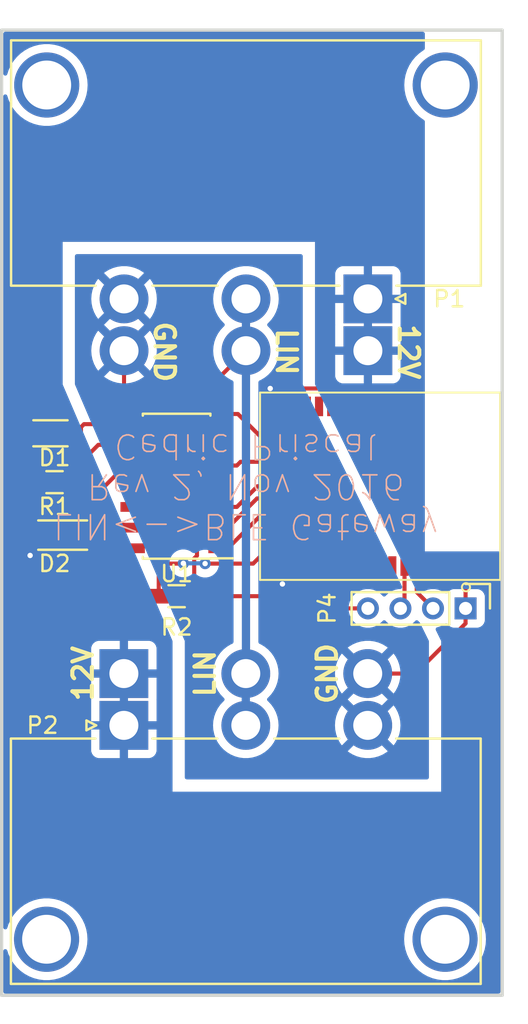
<source format=kicad_pcb>
(kicad_pcb (version 20221018) (generator pcbnew)
  (layers (0 "F.Cu" signal) (31 "B.Cu" signal) (34 "B.Paste" user) (35 "F.Paste" user) (36 "B.SilkS" user "B.Silkscreen") (37 "F.SilkS" user "F.Silkscreen") (38 "B.Mask" user) (39 "F.Mask" user) (44 "Edge.Cuts" user))
  (net 0 "")
  (net 1 "GND")
  (net 2 "+12V")
  (net 3 "Net-(P4-Pad2)")
  (net 4 "Net-(P4-Pad3)")
  (net 5 "Net-(D1-Pad1)")
  (net 6 "+3V3")
  (net 7 "/CS/LWAKE")
  (net 8 "/FAULT")
  (net 9 "/VBAT_RATIO")
  (net 10 "/RXD")
  (net 11 "/TXD")
  (net 12 "/12V_UNPROTECTED")
  (footprint "Housings_SOIC:SOIC-14_3.9x8.7mm_Pitch1.27mm" (layer "F.Cu") (at 144.25 102.5 180)
    (fp_text reference "U1" (at 0 -5.375 180) (layer "F.SilkS"))
    (fp_text value "MCP2050")
    (fp_line (start -2.075 -4.45) (end -2.075 -4.425) (stroke (width 0.15)) (layer "F.SilkS"))
    (fp_line (start -2.075 -4.45) (end 2.075 -4.45) (stroke (width 0.15)) (layer "F.SilkS"))
    (fp_line (start -2.075 -4.425) (end -3.45 -4.425) (stroke (width 0.15)) (layer "F.SilkS"))
    (fp_line (start -2.075 4.45) (end -2.075 4.335) (stroke (width 0.15)) (layer "F.SilkS"))
    (fp_line (start -2.075 4.45) (end 2.075 4.45) (stroke (width 0.15)) (layer "F.SilkS"))
    (fp_line (start 2.075 -4.45) (end 2.075 -4.335) (stroke (width 0.15)) (layer "F.SilkS"))
    (fp_line (start 2.075 4.45) (end 2.075 4.335) (stroke (width 0.15)) (layer "F.SilkS"))
    (pad "1" smd rect (at -2.7 -3.81 180) (size 1.5 0.6) (layers "F.Cu" "F.Paste" "F.Mask") (net 9 "/VBAT_RATIO"))
    (pad "2" smd rect (at -2.7 -2.54 180) (size 1.5 0.6) (layers "F.Cu" "F.Paste" "F.Mask") (net 10 "/RXD"))
    (pad "3" smd rect (at -2.7 -1.27 180) (size 1.5 0.6) (layers "F.Cu" "F.Paste" "F.Mask") (net 7 "/CS/LWAKE"))
    (pad "4" smd rect (at -2.7 0 180) (size 1.5 0.6) (layers "F.Cu" "F.Paste" "F.Mask") (net 6 "+3V3"))
    (pad "5" smd rect (at -2.7 1.27 180) (size 1.5 0.6) (layers "F.Cu" "F.Paste" "F.Mask") (net 11 "/TXD"))
    (pad "6" smd rect (at -2.7 2.54 180) (size 1.5 0.6) (layers "F.Cu" "F.Paste" "F.Mask"))
    (pad "7" smd rect (at -2.7 3.81 180) (size 1.5 0.6) (layers "F.Cu" "F.Paste" "F.Mask"))
    (pad "8" smd rect (at 2.7 3.81 180) (size 1.5 0.6) (layers "F.Cu" "F.Paste" "F.Mask") (net 1 "GND"))
    (pad "9" smd rect (at 2.7 2.54 180) (size 1.5 0.6) (layers "F.Cu" "F.Paste" "F.Mask") (net 5 "Net-(D1-Pad1)"))
    (pad "10" smd rect (at 2.7 1.27 180) (size 1.5 0.6) (layers "F.Cu" "F.Paste" "F.Mask") (net 2 "+12V"))
    (pad "11" smd rect (at 2.7 0 180) (size 1.5 0.6) (layers "F.Cu" "F.Paste" "F.Mask") (net 8 "/FAULT"))
    (pad "12" smd rect (at 2.7 -1.27 180) (size 1.5 0.6) (layers "F.Cu" "F.Paste" "F.Mask"))
    (pad "13" smd rect (at 2.7 -2.54 180) (size 1.5 0.6) (layers "F.Cu" "F.Paste" "F.Mask"))
    (pad "14" smd rect (at 2.7 -3.81 180) (size 1.5 0.6) (layers "F.Cu" "F.Paste" "F.Mask"))
  )
  (footprint "Resistors_SMD:R_0603_HandSoldering" (layer "F.Cu") (at 144.25 109.25 180)
    (fp_text reference "R2" (at 0 -1.9 180) (layer "F.SilkS"))
    (fp_text value "10k")
    (fp_line (start -0.5 -0.675) (end 0.5 -0.675) (stroke (width 0.15)) (layer "F.SilkS"))
    (fp_line (start 0.5 0.675) (end -0.5 0.675) (stroke (width 0.15)) (layer "F.SilkS"))
    (pad "1" smd rect (at -1.1 0 180) (size 1.2 0.9) (layers "F.Cu" "F.Paste" "F.Mask") (net 6 "+3V3"))
    (pad "2" smd rect (at 1.1 0 180) (size 1.2 0.9) (layers "F.Cu" "F.Paste" "F.Mask") (net 8 "/FAULT"))
  )
  (footprint "Diodes_SMD:SOD-323_HandSoldering" (layer "F.Cu") (at 136.75 99.25)
    (fp_text reference "D1" (at 0 1.5) (layer "F.SilkS"))
    (fp_text value "RSB36V")
    (fp_line (start -1.3 -0.8) (end 0.8 -0.8) (stroke (width 0.15)) (layer "F.SilkS"))
    (fp_line (start -1.3 0.8) (end 0.8 0.8) (stroke (width 0.15)) (layer "F.SilkS"))
    (pad "1" smd rect (at -1.25 0) (size 1 1) (layers "F.Cu" "F.Paste" "F.Mask") (net 5 "Net-(D1-Pad1)"))
    (pad "2" smd rect (at 1.25 0) (size 1 1) (layers "F.Cu" "F.Paste" "F.Mask") (net 1 "GND"))
  )
  (footprint "Diodes_SMD:SOD-123" (layer "F.Cu") (at 136.75 105.5 180)
    (fp_text reference "D2" (at 0 -1.75 180) (layer "F.SilkS"))
    (fp_text value "1N4148")
    (fp_line (start -2 -0.9) (end 1 -0.9) (stroke (width 0.15)) (layer "F.SilkS"))
    (fp_line (start -2 0.9) (end 1 0.9) (stroke (width 0.15)) (layer "F.SilkS"))
    (pad "1" smd rect (at -1.635 0 180) (size 0.91 1.22) (layers "F.Cu" "F.Paste" "F.Mask") (net 2 "+12V"))
    (pad "2" smd rect (at 1.635 0 180) (size 0.91 1.22) (layers "F.Cu" "F.Paste" "F.Mask") (net 12 "/12V_UNPROTECTED"))
  )
  (footprint "Pin_Headers:Pin_Header_Straight_1x04_Pitch2.00mm" (layer "F.Cu") (at 162 110 -90)
    (fp_text reference "P4" (at 0 8.5 270) (layer "F.SilkS"))
    (fp_text value "CONN_01X03")
    (fp_line (start -1.5 -1.5) (end 0 -1.5) (stroke (width 0.15)) (layer "F.SilkS"))
    (fp_line (start -1.5 0) (end -1.5 -1.5) (stroke (width 0.15)) (layer "F.SilkS"))
    (fp_line (start -1 1) (end 1 1) (stroke (width 0.15)) (layer "F.SilkS"))
    (fp_line (start -1 7) (end -1 1) (stroke (width 0.15)) (layer "F.SilkS"))
    (fp_line (start 1 1) (end 1 7) (stroke (width 0.15)) (layer "F.SilkS"))
    (fp_line (start 1 7) (end -1 7) (stroke (width 0.15)) (layer "F.SilkS"))
    (pad "1" thru_hole rect (at 0 0 270) (size 1.35 1.35) (drill 0.8) (layers "*.Cu" "*.Mask") (net 1 "GND"))
    (pad "2" thru_hole circle (at 0 2 270) (size 1.35 1.35) (drill 0.8) (layers "*.Cu" "*.Mask") (net 3 "Net-(P4-Pad2)"))
    (pad "3" thru_hole circle (at 0 4 270) (size 1.35 1.35) (drill 0.8) (layers "*.Cu" "*.Mask") (net 4 "Net-(P4-Pad3)"))
    (pad "4" thru_hole circle (at 0 6 270) (size 1.35 1.35) (drill 0.8) (layers "*.Cu" "*.Mask") (net 6 "+3V3"))
  )
  (footprint "Resistors_SMD:R_0603_HandSoldering" (layer "F.Cu") (at 136.75 102.25)
    (fp_text reference "R1" (at 0 1.5) (layer "F.SilkS"))
    (fp_text value "10k")
    (fp_line (start -0.5 -0.675) (end 0.5 -0.675) (stroke (width 0.15)) (layer "F.SilkS"))
    (fp_line (start 0.5 0.675) (end -0.5 0.675) (stroke (width 0.15)) (layer "F.SilkS"))
    (pad "1" smd rect (at -1.1 0) (size 1.2 0.9) (layers "F.Cu" "F.Paste" "F.Mask") (net 2 "+12V"))
    (pad "2" smd rect (at 1.1 0) (size 1.2 0.9) (layers "F.Cu" "F.Paste" "F.Mask") (net 5 "Net-(D1-Pad1)"))
  )
  (footprint "Connectors_Molex:Molex_Sabre_43160-XX03_03x7.49mm_Angled_BoardLock" (layer "F.Cu") (at 156 91 180)
    (fp_text reference "P1" (at -5 0 180) (layer "F.SilkS"))
    (fp_text value "MOLEX-0431603103")
    (fp_line (start -6.94 0.81) (end -6.94 15.87) (stroke (width 0.15)) (layer "F.SilkS"))
    (fp_line (start -6.94 0.81) (end -1.75 0.81) (stroke (width 0.15)) (layer "F.SilkS"))
    (fp_line (start -6.94 15.87) (end 21.92 15.87) (stroke (width 0.15)) (layer "F.SilkS"))
    (fp_line (start -2.3 -0.3) (end -1.7 0) (stroke (width 0.15)) (layer "F.SilkS"))
    (fp_line (start -2.3 0.3) (end -2.3 -0.3) (stroke (width 0.15)) (layer "F.SilkS"))
    (fp_line (start -1.7 0) (end -2.3 0.3) (stroke (width 0.15)) (layer "F.SilkS"))
    (fp_line (start 1.75 0.81) (end 5.74 0.81) (stroke (width 0.15)) (layer "F.SilkS"))
    (fp_line (start 9.24 0.81) (end 13.23 0.81) (stroke (width 0.15)) (layer "F.SilkS"))
    (fp_line (start 16.73 0.81) (end 21.92 0.81) (stroke (width 0.15)) (layer "F.SilkS"))
    (fp_line (start 21.92 15.87) (end 21.92 0.81) (stroke (width 0.15)) (layer "F.SilkS"))
    (pad "" thru_hole circle (at -4.75 13.13 180) (size 4 4) (drill 3) (layers "*.Cu" "*.Mask"))
    (pad "" thru_hole circle (at 19.73 13.13 180) (size 4 4) (drill 3) (layers "*.Cu" "*.Mask"))
    (pad "1" thru_hole rect (at 0 -3.18 180) (size 3 3) (drill 1.78) (layers "*.Cu" "*.Mask") (net 12 "/12V_UNPROTECTED"))
    (pad "1" thru_hole rect (at 0 0 180) (size 3 3) (drill 1.78) (layers "*.Cu" "*.Mask") (net 12 "/12V_UNPROTECTED"))
    (pad "2" thru_hole circle (at 7.49 -3.18 180) (size 3 3) (drill 1.78) (layers "*.Cu" "*.Mask") (net 5 "Net-(D1-Pad1)"))
    (pad "2" thru_hole circle (at 7.49 0 180) (size 3 3) (drill 1.78) (layers "*.Cu" "*.Mask") (net 5 "Net-(D1-Pad1)"))
    (pad "3" thru_hole circle (at 14.98 -3.18 180) (size 3 3) (drill 1.78) (layers "*.Cu" "*.Mask") (net 1 "GND"))
    (pad "3" thru_hole circle (at 14.98 0 180) (size 3 3) (drill 1.78) (layers "*.Cu" "*.Mask") (net 1 "GND"))
  )
  (footprint "Connectors_Molex:Molex_Sabre_43160-XX03_03x7.49mm_Angled_BoardLock" (layer "F.Cu") (at 141.01 117.18)
    (fp_text reference "P2" (at -5 0) (layer "F.SilkS"))
    (fp_text value "MOLEX-0431603103")
    (fp_line (start -6.94 0.81) (end -6.94 15.87) (stroke (width 0.15)) (layer "F.SilkS"))
    (fp_line (start -6.94 0.81) (end -1.75 0.81) (stroke (width 0.15)) (layer "F.SilkS"))
    (fp_line (start -6.94 15.87) (end 21.92 15.87) (stroke (width 0.15)) (layer "F.SilkS"))
    (fp_line (start -2.3 -0.3) (end -1.7 0) (stroke (width 0.15)) (layer "F.SilkS"))
    (fp_line (start -2.3 0.3) (end -2.3 -0.3) (stroke (width 0.15)) (layer "F.SilkS"))
    (fp_line (start -1.7 0) (end -2.3 0.3) (stroke (width 0.15)) (layer "F.SilkS"))
    (fp_line (start 1.75 0.81) (end 5.74 0.81) (stroke (width 0.15)) (layer "F.SilkS"))
    (fp_line (start 9.24 0.81) (end 13.23 0.81) (stroke (width 0.15)) (layer "F.SilkS"))
    (fp_line (start 16.73 0.81) (end 21.92 0.81) (stroke (width 0.15)) (layer "F.SilkS"))
    (fp_line (start 21.92 15.87) (end 21.92 0.81) (stroke (width 0.15)) (layer "F.SilkS"))
    (pad "" thru_hole circle (at -4.75 13.13) (size 4 4) (drill 3) (layers "*.Cu" "*.Mask"))
    (pad "" thru_hole circle (at 19.73 13.13) (size 4 4) (drill 3) (layers "*.Cu" "*.Mask"))
    (pad "1" thru_hole rect (at 0 -3.18) (size 3 3) (drill 1.78) (layers "*.Cu" "*.Mask") (net 12 "/12V_UNPROTECTED"))
    (pad "1" thru_hole rect (at 0 0) (size 3 3) (drill 1.78) (layers "*.Cu" "*.Mask") (net 12 "/12V_UNPROTECTED"))
    (pad "2" thru_hole circle (at 7.49 -3.18) (size 3 3) (drill 1.78) (layers "*.Cu" "*.Mask") (net 5 "Net-(D1-Pad1)"))
    (pad "2" thru_hole circle (at 7.49 0) (size 3 3) (drill 1.78) (layers "*.Cu" "*.Mask") (net 5 "Net-(D1-Pad1)"))
    (pad "3" thru_hole circle (at 14.98 -3.18) (size 3 3) (drill 1.78) (layers "*.Cu" "*.Mask") (net 1 "GND"))
    (pad "3" thru_hole circle (at 14.98 0) (size 3 3) (drill 1.78) (layers "*.Cu" "*.Mask") (net 1 "GND"))
  )
  (footprint "RF_Modules:Laird_BL652" (layer "F.Cu") (at 156.375 102.5 180)
    (fp_text reference "U2")
    (fp_text value "BL652")
    (fp_line (start -7.75 -5.75) (end 7 -5.75) (stroke (width 0.12)) (layer "F.SilkS"))
    (fp_line (start -7.75 5.75) (end -7.75 -5.75) (stroke (width 0.12)) (layer "F.SilkS"))
    (fp_line (start 7 -5.75) (end 7 5.75) (stroke (width 0.12)) (layer "F.SilkS"))
    (fp_line (start 7 5.75) (end -7.75 5.75) (stroke (width 0.12)) (layer "F.SilkS"))
    (fp_circle (center -5.65 -6.2) (end -5.65 -5.95) (stroke (width 0.12)) (fill none) (layer "F.SilkS"))
    (pad "1" smd rect (at -5.625 -4.9 270) (size 1.2 0.5) (layers "F.Cu" "F.Paste" "F.Mask") (net 1 "GND"))
    (pad "2" smd rect (at -4.875 -4.9 270) (size 1.2 0.5) (layers "F.Cu" "F.Paste" "F.Mask"))
    (pad "3" smd rect (at -4.125 -4.9 270) (size 1.2 0.5) (layers "F.Cu" "F.Paste" "F.Mask"))
    (pad "4" smd rect (at -3.375 -4.9 270) (size 1.2 0.5) (layers "F.Cu" "F.Paste" "F.Mask"))
    (pad "5" smd rect (at -2.625 -4.9 270) (size 1.2 0.5) (layers "F.Cu" "F.Paste" "F.Mask") (net 3 "Net-(P4-Pad2)"))
    (pad "6" smd rect (at -1.875 -4.9 270) (size 1.2 0.5) (layers "F.Cu" "F.Paste" "F.Mask") (net 4 "Net-(P4-Pad3)"))
    (pad "7" smd rect (at -1.125 -4.9 270) (size 1.2 0.5) (layers "F.Cu" "F.Paste" "F.Mask"))
    (pad "8" smd rect (at -0.375 -4.9 270) (size 1.2 0.5) (layers "F.Cu" "F.Paste" "F.Mask"))
    (pad "9" smd rect (at 0.375 -4.9 270) (size 1.2 0.5) (layers "F.Cu" "F.Paste" "F.Mask"))
    (pad "10" smd rect (at 1.125 -4.9 270) (size 1.2 0.5) (layers "F.Cu" "F.Paste" "F.Mask"))
    (pad "11" smd rect (at 1.875 -4.9 270) (size 1.2 0.5) (layers "F.Cu" "F.Paste" "F.Mask"))
    (pad "12" smd rect (at 2.625 -4.9 270) (size 1.2 0.5) (layers "F.Cu" "F.Paste" "F.Mask"))
    (pad "13" smd rect (at 3.375 -4.9 270) (size 1.2 0.5) (layers "F.Cu" "F.Paste" "F.Mask"))
    (pad "14" smd rect (at 4.125 -4.9 270) (size 1.2 0.5) (layers "F.Cu" "F.Paste" "F.Mask"))
    (pad "15" smd rect (at 4.875 -4.9 270) (size 1.2 0.5) (layers "F.Cu" "F.Paste" "F.Mask"))
    (pad "16" smd rect (at 5.625 -4.9 270) (size 1.2 0.5) (layers "F.Cu" "F.Paste" "F.Mask") (net 1 "GND"))
    (pad "17" smd rect (at 6.075 -3.75 180) (size 1.2 0.5) (layers "F.Cu" "F.Paste" "F.Mask") (net 8 "/FAULT"))
    (pad "18" smd rect (at 6.075 -3 180) (size 1.2 0.5) (layers "F.Cu" "F.Paste" "F.Mask"))
    (pad "19" smd rect (at 6.075 -2.25 180) (size 1.2 0.5) (layers "F.Cu" "F.Paste" "F.Mask"))
    (pad "20" smd rect (at 6.075 -1.5 180) (size 1.2 0.5) (layers "F.Cu" "F.Paste" "F.Mask") (net 9 "/VBAT_RATIO"))
    (pad "21" smd rect (at 6.075 -0.75 180) (size 1.2 0.5) (layers "F.Cu" "F.Paste" "F.Mask") (net 10 "/RXD"))
    (pad "22" smd rect (at 6.075 0 180) (size 1.2 0.5) (layers "F.Cu" "F.Paste" "F.Mask") (net 7 "/CS/LWAKE"))
    (pad "23" smd rect (at 6.075 0.75 180) (size 1.2 0.5) (layers "F.Cu" "F.Paste" "F.Mask"))
    (pad "24" smd rect (at 6.075 1.5 180) (size 1.2 0.5) (layers "F.Cu" "F.Paste" "F.Mask") (net 11 "/TXD"))
    (pad "25" smd rect (at 6.075 2.25 180) (size 1.2 0.5) (layers "F.Cu" "F.Paste" "F.Mask"))
    (pad "26" smd rect (at 6.075 3 180) (size 1.2 0.5) (layers "F.Cu" "F.Paste" "F.Mask") (net 6 "+3V3"))
    (pad "27" smd rect (at 6.075 3.75 180) (size 1.2 0.5) (layers "F.Cu" "F.Paste" "F.Mask") (net 1 "GND"))
    (pad "28" smd rect (at 5.625 4.9 270) (size 1.2 0.5) (layers "F.Cu" "F.Paste" "F.Mask"))
    (pad "29" smd rect (at 4.875 4.9 270) (size 1.2 0.5) (layers "F.Cu" "F.Paste" "F.Mask"))
    (pad "30" smd rect (at 4.125 4.9 270) (size 1.2 0.5) (layers "F.Cu" "F.Paste" "F.Mask"))
    (pad "31" smd rect (at 3.375 4.9 270) (size 1.2 0.5) (layers "F.Cu" "F.Paste" "F.Mask"))
    (pad "32" smd rect (at 2.625 4.9 270) (size 1.2 0.5) (layers "F.Cu" "F.Paste" "F.Mask"))
    (pad "33" smd rect (at 1.875 4.9 270) (size 1.2 0.5) (layers "F.Cu" "F.Paste" "F.Mask"))
    (pad "34" smd rect (at 1.125 4.9 270) (size 1.2 0.5) (layers "F.Cu" "F.Paste" "F.Mask"))
    (pad "35" smd rect (at 0.375 4.9 270) (size 1.2 0.5) (layers "F.Cu" "F.Paste" "F.Mask"))
    (pad "36" smd rect (at -0.375 4.9 270) (size 1.2 0.5) (layers "F.Cu" "F.Paste" "F.Mask"))
    (pad "37" smd rect (at -1.125 4.9 270) (size 1.2 0.5) (layers "F.Cu" "F.Paste" "F.Mask"))
    (pad "38" smd rect (at -1.875 4.9 270) (size 1.2 0.5) (layers "F.Cu" "F.Paste" "F.Mask"))
    (pad "39" smd rect (at -2.625 4.9 270) (size 1.2 0.5) (layers "F.Cu" "F.Paste" "F.Mask") (net 1 "GND"))
  )
  (gr_line (start 164.25 133.75) (end 133.5 133.75) (stroke (width 0.2)) (layer "Edge.Cuts"))
  (gr_line (start 133.5 74.5) (end 164.25 74.5) (stroke (width 0.2)) (layer "Edge.Cuts"))
  (gr_line (start 133.5 133.75) (end 133.5 74.5) (stroke (width 0.2)) (layer "Edge.Cuts"))
  (gr_line (start 164.25 74.5) (end 164.25 133.75) (stroke (width 0.2)) (layer "Edge.Cuts"))
  (gr_text "LIN<->BLE Gateway\nRev 2, Nov 2016\nCedric Priscal" (at 148.5 102.5 180) (layer "B.SilkS") (effects (font (size 1.524 1.524) (thickness 0.1016)) (justify mirror)))
  (gr_text "LIN" (at 146 114 90) (layer "F.SilkS") (effects (font (size 1.2 1.2) (thickness 0.25))))
  (gr_text "GND" (at 153.5 114 90) (layer "F.SilkS") (effects (font (size 1.2 1.2) (thickness 0.25))))
  (gr_text "12V" (at 138.5 114 90) (layer "F.SilkS") (effects (font (size 1.2 1.2) (thickness 0.25))))
  (gr_text "GND" (at 143.5 94.25 270) (layer "F.SilkS") (effects (font (size 1.2 1.2) (thickness 0.25))))
  (gr_text "LIN" (at 151 94.25 270) (layer "F.SilkS") (effects (font (size 1.2 1.2) (thickness 0.25))))
  (gr_text "12V" (at 158.5 94.25 270) (layer "F.SilkS") (effects (font (size 1.2 1.2) (thickness 0.25))))
  (segment (start 149.657101 96.842899) (end 150 96.5) (width 0.25) (layer "F.Cu") (net 1))
  (segment (start 162 110.925) (end 158.925 114) (width 0.25) (layer "F.Cu") (net 1))
  (segment (start 158.75 96.5) (end 150 96.5) (width 0.25) (layer "F.Cu") (net 1))
  (segment (start 149.45 97.05) (end 149.657101 96.842899) (width 0.25) (layer "F.Cu") (net 1))
  (segment (start 159 96.75) (end 158.75 96.5) (width 0.25) (layer "F.Cu") (net 1))
  (segment (start 150.75 107.4) (end 150.75 108.5) (width 0.25) (layer "F.Cu") (net 1))
  (segment (start 141.55 98.69) (end 138.56 98.69) (width 0.25) (layer "F.Cu") (net 1))
  (segment (start 149.95 98.75) (end 149.45 98.25) (width 0.25) (layer "F.Cu") (net 1))
  (segment (start 162 110) (end 162 107.4) (width 0.25) (layer "F.Cu") (net 1))
  (segment (start 138.56 98.69) (end 138 99.25) (width 0.25) (layer "F.Cu") (net 1))
  (segment (start 149.45 98.25) (end 149.45 97.05) (width 0.25) (layer "F.Cu") (net 1))
  (segment (start 141.02 98.16) (end 141.55 98.69) (width 0.25) (layer "F.Cu") (net 1))
  (segment (start 159 97.6) (end 159 96.75) (width 0.25) (layer "F.Cu") (net 1))
  (segment (start 141.02 94.18) (end 141.02 98.16) (width 0.25) (layer "F.Cu") (net 1))
  (segment (start 158.925 114) (end 158.11132 114) (width 0.25) (layer "F.Cu") (net 1))
  (segment (start 150.3 98.75) (end 149.95 98.75) (width 0.25) (layer "F.Cu") (net 1))
  (segment (start 158.11132 114) (end 155.99 114) (width 0.25) (layer "F.Cu") (net 1))
  (segment (start 162 110) (end 162 110.925) (width 0.25) (layer "F.Cu") (net 1))
  (via (at 150 96.5) (size 0.6858) (drill 0.3302) (layers "F.Cu" "B.Cu") (net 1))
  (via (at 150.75 108.5) (size 0.6858) (drill 0.3302) (layers "F.Cu" "B.Cu") (net 1))
  (segment (start 155.99 113.74) (end 155.99 114) (width 0.25) (layer "B.Cu") (net 1))
  (segment (start 138.385 104.835) (end 138.385 105.5) (width 0.25) (layer "F.Cu") (net 2))
  (segment (start 138.385 103.945) (end 138.385 104.64) (width 0.25) (layer "F.Cu") (net 2))
  (segment (start 141.55 101.23) (end 141.1 101.23) (width 0.25) (layer "F.Cu") (net 2))
  (segment (start 138.385 104.64) (end 138.385 105.5) (width 0.25) (layer "F.Cu") (net 2))
  (segment (start 141.1 101.23) (end 138.385 103.945) (width 0.25) (layer "F.Cu") (net 2))
  (segment (start 135.8 102.25) (end 138.385 104.835) (width 0.25) (layer "F.Cu") (net 2))
  (segment (start 135.65 102.25) (end 135.8 102.25) (width 0.25) (layer "F.Cu") (net 2))
  (segment (start 160 110) (end 159 109) (width 0.25) (layer "F.Cu") (net 3))
  (segment (start 159 109) (end 159 107.4) (width 0.25) (layer "F.Cu") (net 3))
  (segment (start 158 110) (end 158.25 109.75) (width 0.25) (layer "F.Cu") (net 4))
  (segment (start 158.25 109.75) (end 158.25 108.25) (width 0.25) (layer "F.Cu") (net 4))
  (segment (start 158.25 108.25) (end 158.25 107.4) (width 0.25) (layer "F.Cu") (net 4))
  (segment (start 137.85 101.55) (end 137.85 102.25) (width 0.25) (layer "F.Cu") (net 5))
  (segment (start 141.55 99.96) (end 142.73 99.96) (width 0.25) (layer "F.Cu") (net 5))
  (segment (start 137.85 100.85) (end 137.85 101.55) (width 0.25) (layer "F.Cu") (net 5))
  (segment (start 141.55 99.96) (end 139.44 99.96) (width 0.25) (layer "F.Cu") (net 5))
  (segment (start 136.25 99.25) (end 137.85 100.85) (width 0.25) (layer "F.Cu") (net 5))
  (segment (start 139.44 99.96) (end 137.85 101.55) (width 0.25) (layer "F.Cu") (net 5))
  (segment (start 142.73 99.96) (end 148.51 94.18) (width 0.25) (layer "F.Cu") (net 5))
  (segment (start 135.5 99.25) (end 136.25 99.25) (width 0.25) (layer "F.Cu") (net 5))
  (segment (start 148.51 100) (end 148.51 113.99) (width 0.508) (layer "B.Cu") (net 5))
  (segment (start 148.51 91) (end 148.51 94.18) (width 0.508) (layer "B.Cu") (net 5))
  (segment (start 148.5 114) (end 148.5 117.18) (width 0.508) (layer "B.Cu") (net 5))
  (segment (start 148.51 94.18) (end 148.51 100) (width 0.508) (layer "B.Cu") (net 5))
  (segment (start 148.51 113.99) (end 148.5 114) (width 0.25) (layer "B.Cu") (net 5))
  (segment (start 145.5 106.761502) (end 145.5 102.5) (width 0.25) (layer "F.Cu") (net 6))
  (segment (start 145.332098 108.532098) (end 145.332098 106.929404) (width 0.25) (layer "F.Cu") (net 6))
  (segment (start 145.35 108.55) (end 145.332098 108.532098) (width 0.25) (layer "F.Cu") (net 6))
  (segment (start 145.5 102.5) (end 145.5 98.504998) (width 0.25) (layer "F.Cu") (net 6))
  (segment (start 145.332098 106.929404) (end 145.5 106.761502) (width 0.25) (layer "F.Cu") (net 6))
  (segment (start 149.5 109.25) (end 145.35 109.25) (width 0.25) (layer "F.Cu") (net 6))
  (segment (start 148.014999 98.064999) (end 149.45 99.5) (width 0.25) (layer "F.Cu") (net 6))
  (segment (start 145.5 102.5) (end 146.95 102.5) (width 0.25) (layer "F.Cu") (net 6))
  (segment (start 145.35 109.25) (end 145.35 108.55) (width 0.25) (layer "F.Cu") (net 6))
  (segment (start 145.939999 98.064999) (end 148.014999 98.064999) (width 0.25) (layer "F.Cu") (net 6))
  (segment (start 150.25 110) (end 149.5 109.25) (width 0.25) (layer "F.Cu") (net 6))
  (segment (start 149.45 99.5) (end 150.3 99.5) (width 0.25) (layer "F.Cu") (net 6))
  (segment (start 156 110) (end 150.25 110) (width 0.25) (layer "F.Cu") (net 6))
  (segment (start 145.5 98.504998) (end 145.939999 98.064999) (width 0.25) (layer "F.Cu") (net 6))
  (segment (start 149.45 102.5) (end 150.3 102.5) (width 0.25) (layer "F.Cu") (net 7))
  (segment (start 149.22 102.5) (end 149.45 102.5) (width 0.25) (layer "F.Cu") (net 7))
  (segment (start 146.95 103.77) (end 147.95 103.77) (width 0.25) (layer "F.Cu") (net 7))
  (segment (start 147.95 103.77) (end 149.22 102.5) (width 0.25) (layer "F.Cu") (net 7))
  (segment (start 149.95 106.25) (end 148.95 107.25) (width 0.25) (layer "F.Cu") (net 8))
  (segment (start 143.25 107.25) (end 143.15 107.25) (width 0.25) (layer "F.Cu") (net 8))
  (segment (start 143.15 107.25) (end 143.15 102.5) (width 0.25) (layer "F.Cu") (net 8))
  (segment (start 143.15 109.25) (end 143.15 107.75) (width 0.25) (layer "F.Cu") (net 8))
  (segment (start 150.3 106.25) (end 149.95 106.25) (width 0.25) (layer "F.Cu") (net 8))
  (segment (start 143.25 107.25) (end 144.646876 107.25) (width 0.25) (layer "F.Cu") (net 8))
  (segment (start 148.95 107.25) (end 146.000012 107.25) (width 0.25) (layer "F.Cu") (net 8))
  (segment (start 143.15 107.75) (end 143.15 107.25) (width 0.25) (layer "F.Cu") (net 8))
  (segment (start 143.15 102.5) (end 141.55 102.5) (width 0.25) (layer "F.Cu") (net 8))
  (segment (start 144.646876 107.25) (end 144.664189 107.232687) (width 0.25) (layer "F.Cu") (net 8))
  (segment (start 146.000012 107.25) (end 146 107.249988) (width 0.25) (layer "F.Cu") (net 8))
  (via (at 144.664189 107.232687) (size 0.6858) (drill 0.3302) (layers "F.Cu" "B.Cu") (net 8))
  (via (at 146 107.249988) (size 0.6858) (drill 0.3302) (layers "F.Cu" "B.Cu") (net 8))
  (segment (start 144.664189 107.232687) (end 145.982699 107.232687) (width 0.25) (layer "B.Cu") (net 8))
  (segment (start 145.982699 107.232687) (end 146 107.249988) (width 0.25) (layer "B.Cu") (net 8))
  (segment (start 146.95 106.31) (end 147.4 106.31) (width 0.25) (layer "F.Cu") (net 9))
  (segment (start 147.4 106.31) (end 149.71 104) (width 0.25) (layer "F.Cu") (net 9))
  (segment (start 149.71 104) (end 150.3 104) (width 0.25) (layer "F.Cu") (net 9))
  (segment (start 149.45 103.25) (end 150.3 103.25) (width 0.25) (layer "F.Cu") (net 10))
  (segment (start 147.4 105.04) (end 149.19 103.25) (width 0.25) (layer "F.Cu") (net 10))
  (segment (start 146.95 105.04) (end 147.4 105.04) (width 0.25) (layer "F.Cu") (net 10))
  (segment (start 149.19 103.25) (end 149.45 103.25) (width 0.25) (layer "F.Cu") (net 10))
  (segment (start 146.95 101.23) (end 147.95 101.23) (width 0.25) (layer "F.Cu") (net 11))
  (segment (start 148.18 101) (end 149.45 101) (width 0.25) (layer "F.Cu") (net 11))
  (segment (start 147.95 101.23) (end 148.18 101) (width 0.25) (layer "F.Cu") (net 11))
  (segment (start 149.45 101) (end 150.3 101) (width 0.25) (layer "F.Cu") (net 11))
  (segment (start 135.115 105.5) (end 135.115 106.615) (width 0.25) (layer "F.Cu") (net 12))
  (segment (start 135.115 106.615) (end 135.25 106.75) (width 0.25) (layer "F.Cu") (net 12))
  (via (at 135.25 106.75) (size 0.6858) (drill 0.3302) (layers "F.Cu" "B.Cu") (net 12))
  (zone (net 12) (net_name "/12V_UNPROTECTED") (layer "B.Cu") (connect_pads (clearance 0.508)) (min_thickness 0.254) (fill yes (thermal_gap 0.508) (thermal_bridge_width 0.508))
    (polygon (pts (xy 133.5 74.5) (xy 159.5 74.5) (xy 159.5 106.5) (xy 164.25 106.5) (xy 164.25 133.75) (xy 133.5 133.75) (xy 133.5 96.25) (xy 137.25 96.25) (xy 144 112) (xy 144 121.25) (xy 160.5 121.25) (xy 160.5 112) (xy 152.75 96.25) (xy 152.75 87.5) (xy 137.25 87.5) (xy 137.25 96.25) (xy 133.5 96.25)))
  )
  (zone (net 1) (net_name "GND") (layer "B.Cu") (connect_pads (clearance 0.508)) (min_thickness 0.254) (fill yes (thermal_gap 0.508) (thermal_bridge_width 0.508))
    (polygon (pts (xy 138 88.25) (xy 152 88.25) (xy 152 96.25) (xy 159.75 112) (xy 159.75 120.5) (xy 144.75 120.5) (xy 144.75 112) (xy 138 96.25)))
  )
)
</source>
